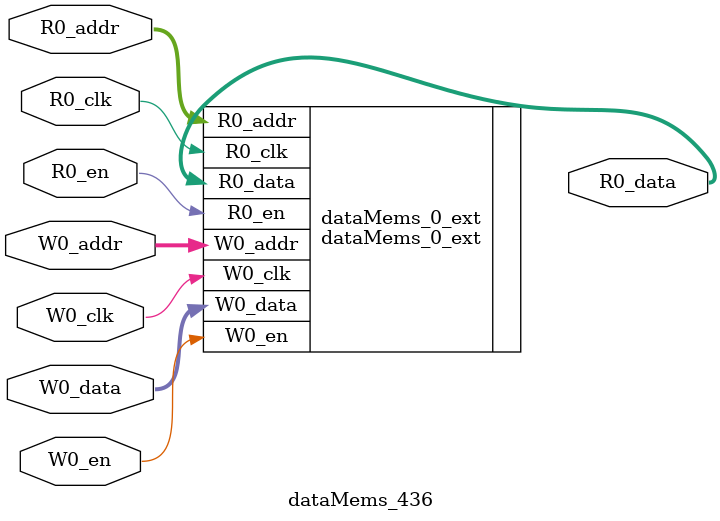
<source format=sv>
`ifndef RANDOMIZE
  `ifdef RANDOMIZE_REG_INIT
    `define RANDOMIZE
  `endif // RANDOMIZE_REG_INIT
`endif // not def RANDOMIZE
`ifndef RANDOMIZE
  `ifdef RANDOMIZE_MEM_INIT
    `define RANDOMIZE
  `endif // RANDOMIZE_MEM_INIT
`endif // not def RANDOMIZE

`ifndef RANDOM
  `define RANDOM $random
`endif // not def RANDOM

// Users can define 'PRINTF_COND' to add an extra gate to prints.
`ifndef PRINTF_COND_
  `ifdef PRINTF_COND
    `define PRINTF_COND_ (`PRINTF_COND)
  `else  // PRINTF_COND
    `define PRINTF_COND_ 1
  `endif // PRINTF_COND
`endif // not def PRINTF_COND_

// Users can define 'ASSERT_VERBOSE_COND' to add an extra gate to assert error printing.
`ifndef ASSERT_VERBOSE_COND_
  `ifdef ASSERT_VERBOSE_COND
    `define ASSERT_VERBOSE_COND_ (`ASSERT_VERBOSE_COND)
  `else  // ASSERT_VERBOSE_COND
    `define ASSERT_VERBOSE_COND_ 1
  `endif // ASSERT_VERBOSE_COND
`endif // not def ASSERT_VERBOSE_COND_

// Users can define 'STOP_COND' to add an extra gate to stop conditions.
`ifndef STOP_COND_
  `ifdef STOP_COND
    `define STOP_COND_ (`STOP_COND)
  `else  // STOP_COND
    `define STOP_COND_ 1
  `endif // STOP_COND
`endif // not def STOP_COND_

// Users can define INIT_RANDOM as general code that gets injected into the
// initializer block for modules with registers.
`ifndef INIT_RANDOM
  `define INIT_RANDOM
`endif // not def INIT_RANDOM

// If using random initialization, you can also define RANDOMIZE_DELAY to
// customize the delay used, otherwise 0.002 is used.
`ifndef RANDOMIZE_DELAY
  `define RANDOMIZE_DELAY 0.002
`endif // not def RANDOMIZE_DELAY

// Define INIT_RANDOM_PROLOG_ for use in our modules below.
`ifndef INIT_RANDOM_PROLOG_
  `ifdef RANDOMIZE
    `ifdef VERILATOR
      `define INIT_RANDOM_PROLOG_ `INIT_RANDOM
    `else  // VERILATOR
      `define INIT_RANDOM_PROLOG_ `INIT_RANDOM #`RANDOMIZE_DELAY begin end
    `endif // VERILATOR
  `else  // RANDOMIZE
    `define INIT_RANDOM_PROLOG_
  `endif // RANDOMIZE
`endif // not def INIT_RANDOM_PROLOG_

// Include register initializers in init blocks unless synthesis is set
`ifndef SYNTHESIS
  `ifndef ENABLE_INITIAL_REG_
    `define ENABLE_INITIAL_REG_
  `endif // not def ENABLE_INITIAL_REG_
`endif // not def SYNTHESIS

// Include rmemory initializers in init blocks unless synthesis is set
`ifndef SYNTHESIS
  `ifndef ENABLE_INITIAL_MEM_
    `define ENABLE_INITIAL_MEM_
  `endif // not def ENABLE_INITIAL_MEM_
`endif // not def SYNTHESIS

module dataMems_436(	// @[generators/ara/src/main/scala/UnsafeAXI4ToTL.scala:365:62]
  input  [4:0]  R0_addr,
  input         R0_en,
  input         R0_clk,
  output [66:0] R0_data,
  input  [4:0]  W0_addr,
  input         W0_en,
  input         W0_clk,
  input  [66:0] W0_data
);

  dataMems_0_ext dataMems_0_ext (	// @[generators/ara/src/main/scala/UnsafeAXI4ToTL.scala:365:62]
    .R0_addr (R0_addr),
    .R0_en   (R0_en),
    .R0_clk  (R0_clk),
    .R0_data (R0_data),
    .W0_addr (W0_addr),
    .W0_en   (W0_en),
    .W0_clk  (W0_clk),
    .W0_data (W0_data)
  );
endmodule


</source>
